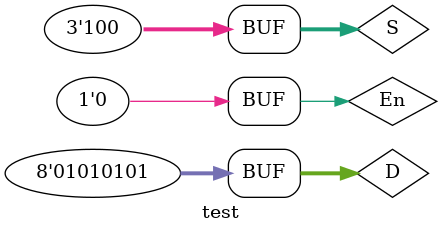
<source format=v>
module test;

	// Inputs
	reg En;
	reg [2:0] S;
	reg [7:0] D;
	// Outputs
	wire Y;  wire Yn;   
	// Instantiate the Unit Under Test (UUT)
	MUX8_1 uut (
		.En(En), 
		.S(S), 
		.D(D), 
		.Y(Y), 
		.Yn(Yn)
	);

	parameter PERIOD = 10;
		
	initial begin
		// Initialize Inputs
		En = 0; S = 0; D = 0;
		// Wait 100 ns for global reset to finish
		#100;
        
		// Add stimulus here
		
		En=1; S=3'b111; D=8'b1111_1111;
		#PERIOD
		En=0; S=3'b111; D=8'b1111_1111;
		#PERIOD
		En=0; S=3'b000; D=8'b1111_1111;
		#PERIOD
		En=0; S=3'b000; D=8'b1111_1110;
		#PERIOD
		En=0; S=3'b001; D=8'b0101_0101;
		#PERIOD
		En=0; S=3'b010; D=8'b0101_0101;
		#PERIOD
		En=0; S=3'b011; D=8'b0101_0101;
		#PERIOD
		En=0; S=3'b100; D=8'b0101_0101;
	end   
endmodule

</source>
